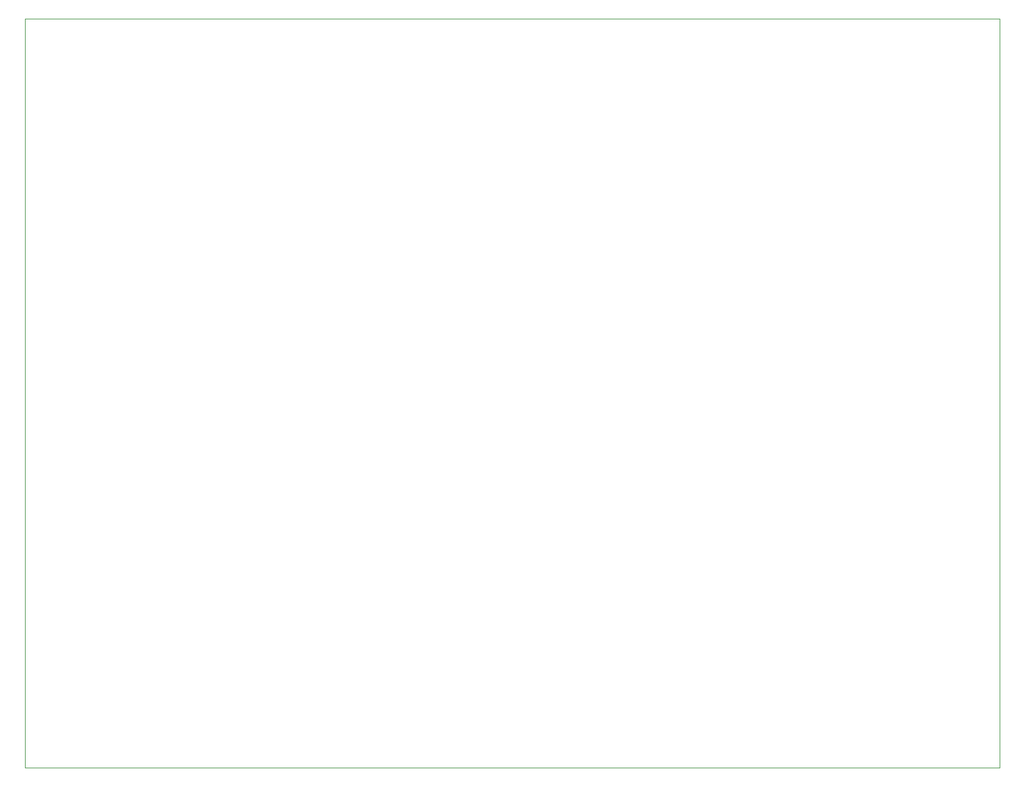
<source format=gbr>
G04 (created by PCBNEW (2013-07-07 BZR 4022)-stable) date 3/1/2014 5:06:53 PM*
%MOIN*%
G04 Gerber Fmt 3.4, Leading zero omitted, Abs format*
%FSLAX34Y34*%
G01*
G70*
G90*
G04 APERTURE LIST*
%ADD10C,0.00590551*%
%ADD11C,0.00393701*%
G04 APERTURE END LIST*
G54D10*
G54D11*
X52000Y0D02*
X0Y0D01*
X52000Y40000D02*
X52000Y0D01*
X0Y40000D02*
X52000Y40000D01*
X0Y0D02*
X0Y40000D01*
M02*

</source>
